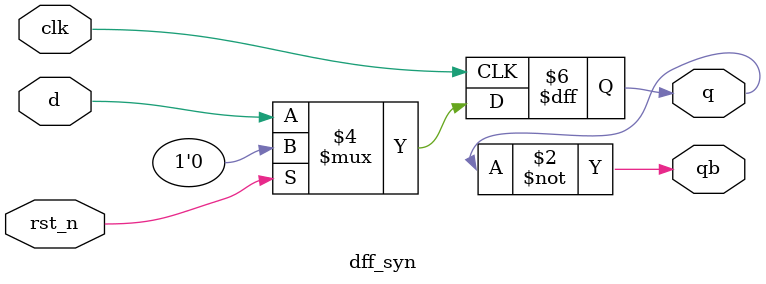
<source format=sv>
module dff_syn(
  input clk, rst_n,
  input d,
  output reg q ,qb
  );
  
  always@(posedge clk) 
    begin
      if(rst_n) 
      q <= 1'b0;
     
    else      
      q <= d;
    
  end
  assign qb=~q;
endmodule


</source>
